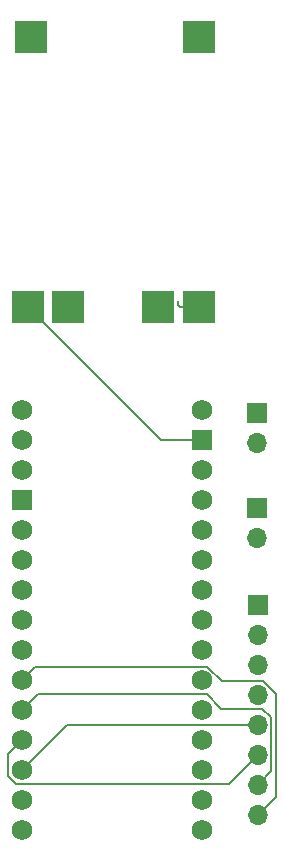
<source format=gbr>
%TF.GenerationSoftware,KiCad,Pcbnew,8.0.6*%
%TF.CreationDate,2025-01-13T22:39:12+01:00*%
%TF.ProjectId,senec-c,73656e65-632d-4632-9e6b-696361645f70,rev?*%
%TF.SameCoordinates,Original*%
%TF.FileFunction,Copper,L2,Bot*%
%TF.FilePolarity,Positive*%
%FSLAX46Y46*%
G04 Gerber Fmt 4.6, Leading zero omitted, Abs format (unit mm)*
G04 Created by KiCad (PCBNEW 8.0.6) date 2025-01-13 22:39:12*
%MOMM*%
%LPD*%
G01*
G04 APERTURE LIST*
%TA.AperFunction,ComponentPad*%
%ADD10C,1.727200*%
%TD*%
%TA.AperFunction,ComponentPad*%
%ADD11R,1.727200X1.727200*%
%TD*%
%TA.AperFunction,ComponentPad*%
%ADD12R,1.700000X1.700000*%
%TD*%
%TA.AperFunction,ComponentPad*%
%ADD13O,1.700000X1.700000*%
%TD*%
%TA.AperFunction,ComponentPad*%
%ADD14R,2.800000X2.800000*%
%TD*%
%TA.AperFunction,Conductor*%
%ADD15C,0.200000*%
%TD*%
G04 APERTURE END LIST*
D10*
%TO.P,A1,3V3,3.3V*%
%TO.N,Net-(A1-3.3V)*%
X191825000Y-109235000D03*
%TO.P,A1,5V,5V*%
%TO.N,unconnected-(A1-Pad5V)*%
X191825000Y-83835000D03*
%TO.P,A1,A0,A0*%
%TO.N,unconnected-(A1-PadA0)*%
X191825000Y-104155000D03*
%TO.P,A1,A1,A1*%
%TO.N,unconnected-(A1-PadA1)*%
X191825000Y-101615000D03*
%TO.P,A1,A2,A2*%
%TO.N,unconnected-(A1-PadA2)*%
X191825000Y-99075000D03*
%TO.P,A1,A3,A3*%
%TO.N,unconnected-(A1-PadA3)*%
X191825000Y-96535000D03*
%TO.P,A1,A4,A4/SDA*%
%TO.N,unconnected-(A1-A4{slash}SDA-PadA4)*%
X191825000Y-93995000D03*
%TO.P,A1,A5,A5/SCL*%
%TO.N,unconnected-(A1-A5{slash}SCL-PadA5)*%
X191825000Y-91455000D03*
%TO.P,A1,A6,A6*%
%TO.N,unconnected-(A1-PadA6)*%
X191825000Y-88915000D03*
%TO.P,A1,A7,A7*%
%TO.N,unconnected-(A1-PadA7)*%
X191825000Y-86375000D03*
%TO.P,A1,B0,B0*%
%TO.N,unconnected-(A1-PadB0)*%
X191825000Y-106695000D03*
%TO.P,A1,B1,B1*%
%TO.N,unconnected-(A1-PadB1)*%
X191825000Y-81295000D03*
%TO.P,A1,D0,D0/RX*%
%TO.N,unconnected-(A1-D0{slash}RX-PadD0)*%
X176585000Y-78755000D03*
%TO.P,A1,D1,D1/TX*%
%TO.N,unconnected-(A1-D1{slash}TX-PadD1)*%
X176585000Y-76215000D03*
%TO.P,A1,D2,D2*%
%TO.N,unconnected-(A1-PadD2)*%
X176585000Y-86375000D03*
%TO.P,A1,D3,D3*%
%TO.N,unconnected-(A1-PadD3)*%
X176585000Y-88915000D03*
%TO.P,A1,D4,D4*%
%TO.N,unconnected-(A1-PadD4)*%
X176585000Y-91455000D03*
%TO.P,A1,D5,D5*%
%TO.N,unconnected-(A1-PadD5)*%
X176585000Y-93995000D03*
%TO.P,A1,D6,D6*%
%TO.N,unconnected-(A1-PadD6)*%
X176585000Y-96535000D03*
%TO.P,A1,D7,D7*%
%TO.N,Net-(J1-Pin_8)*%
X176585000Y-99075000D03*
%TO.P,A1,D8,D8*%
%TO.N,Net-(J1-Pin_7)*%
X176585000Y-101615000D03*
%TO.P,A1,D9,D9*%
%TO.N,Net-(J1-Pin_6)*%
X176585000Y-104155000D03*
%TO.P,A1,D10,D10*%
%TO.N,Net-(J1-Pin_5)*%
X176585000Y-106695000D03*
%TO.P,A1,D11,D11_MOSI*%
%TO.N,Net-(A1-D11_MOSI)*%
X176585000Y-109235000D03*
%TO.P,A1,D12,D12_MISO*%
%TO.N,unconnected-(A1-D12_MISO-PadD12)*%
X176585000Y-111775000D03*
%TO.P,A1,D13,D13_SCK*%
%TO.N,Net-(A1-D13_SCK)*%
X191825000Y-111775000D03*
D11*
%TO.P,A1,GND1,GND*%
%TO.N,Net-(J1-Pin_2)*%
X176585000Y-83835000D03*
%TO.P,A1,GND2,GND*%
%TO.N,Net-(U1-OUT-)*%
X191825000Y-78755000D03*
D10*
%TO.P,A1,RST,~{RESET}*%
%TO.N,unconnected-(A1-~{RESET}-PadRST)*%
X176585000Y-81295000D03*
%TO.P,A1,VIN,VIN*%
%TO.N,Net-(J3-Pin_1)*%
X191825000Y-76215000D03*
%TD*%
D12*
%TO.P,J3,1,Pin_1*%
%TO.N,Net-(J3-Pin_1)*%
X196500000Y-76460000D03*
D13*
%TO.P,J3,2,Pin_2*%
%TO.N,Net-(J3-Pin_2)*%
X196500000Y-79000000D03*
%TD*%
D14*
%TO.P,U1,1,VCC*%
%TO.N,unconnected-(U1-VCC-Pad1)*%
X191612500Y-44587500D03*
%TO.P,U1,2,GND*%
%TO.N,unconnected-(U1-GND-Pad2)*%
X177412500Y-44587500D03*
%TO.P,U1,3,OUT+*%
%TO.N,Net-(J3-Pin_2)*%
X191612500Y-67487500D03*
%TO.P,U1,4,OUT-*%
%TO.N,Net-(U1-OUT-)*%
X177112500Y-67487500D03*
%TO.P,U1,5,B+*%
%TO.N,Net-(J2-Pin_2)*%
X188112500Y-67487500D03*
%TO.P,U1,6,B-*%
%TO.N,Net-(J2-Pin_1)*%
X180512500Y-67487500D03*
%TD*%
D12*
%TO.P,J1,1,Pin_1*%
%TO.N,Net-(A1-3.3V)*%
X196575000Y-92695000D03*
D13*
%TO.P,J1,2,Pin_2*%
%TO.N,Net-(J1-Pin_2)*%
X196575000Y-95235000D03*
%TO.P,J1,3,Pin_3*%
%TO.N,Net-(A1-D11_MOSI)*%
X196575000Y-97775000D03*
%TO.P,J1,4,Pin_4*%
%TO.N,Net-(A1-D13_SCK)*%
X196575000Y-100315000D03*
%TO.P,J1,5,Pin_5*%
%TO.N,Net-(J1-Pin_5)*%
X196575000Y-102855000D03*
%TO.P,J1,6,Pin_6*%
%TO.N,Net-(J1-Pin_6)*%
X196575000Y-105395000D03*
%TO.P,J1,7,Pin_7*%
%TO.N,Net-(J1-Pin_7)*%
X196575000Y-107935000D03*
%TO.P,J1,8,Pin_8*%
%TO.N,Net-(J1-Pin_8)*%
X196575000Y-110475000D03*
%TD*%
D12*
%TO.P,J2,1,Pin_1*%
%TO.N,Net-(J2-Pin_1)*%
X196500000Y-84500000D03*
D13*
%TO.P,J2,2,Pin_2*%
%TO.N,Net-(J2-Pin_2)*%
X196500000Y-87040000D03*
%TD*%
D15*
%TO.N,Net-(U1-OUT-)*%
X188380000Y-78755000D02*
X191825000Y-78755000D01*
X177112500Y-67487500D02*
X188380000Y-78755000D01*
%TO.N,Net-(J1-Pin_5)*%
X180425000Y-102855000D02*
X176585000Y-106695000D01*
X196575000Y-102855000D02*
X180425000Y-102855000D01*
%TO.N,Net-(J1-Pin_6)*%
X196575000Y-105395000D02*
X194111400Y-107858600D01*
X175421400Y-105318600D02*
X176585000Y-104155000D01*
X175421400Y-107176979D02*
X175421400Y-105318600D01*
X194111400Y-107858600D02*
X176103021Y-107858600D01*
X176103021Y-107858600D02*
X175421400Y-107176979D01*
%TO.N,Net-(J1-Pin_8)*%
X198125000Y-100238654D02*
X197051346Y-99165000D01*
X193560579Y-99165000D02*
X192306979Y-97911400D01*
X177748600Y-97911400D02*
X176585000Y-99075000D01*
X196575000Y-110475000D02*
X198125000Y-108925000D01*
X197051346Y-99165000D02*
X193560579Y-99165000D01*
X198125000Y-108925000D02*
X198125000Y-100238654D01*
X192306979Y-97911400D02*
X177748600Y-97911400D01*
%TO.N,Net-(J1-Pin_7)*%
X196575000Y-107935000D02*
X197725000Y-106785000D01*
X193465000Y-101465000D02*
X192238600Y-100238600D01*
X177961400Y-100238600D02*
X176585000Y-101615000D01*
X192238600Y-100238600D02*
X177961400Y-100238600D01*
X197725000Y-106785000D02*
X197725000Y-102225000D01*
X196965000Y-101465000D02*
X193465000Y-101465000D01*
X197725000Y-102225000D02*
X196965000Y-101465000D01*
%TO.N,Net-(J3-Pin_2)*%
X191612500Y-67487500D02*
X190012500Y-67487500D01*
X189812500Y-67287500D02*
X189812500Y-67000000D01*
X190012500Y-67487500D02*
X189812500Y-67287500D01*
%TD*%
M02*

</source>
